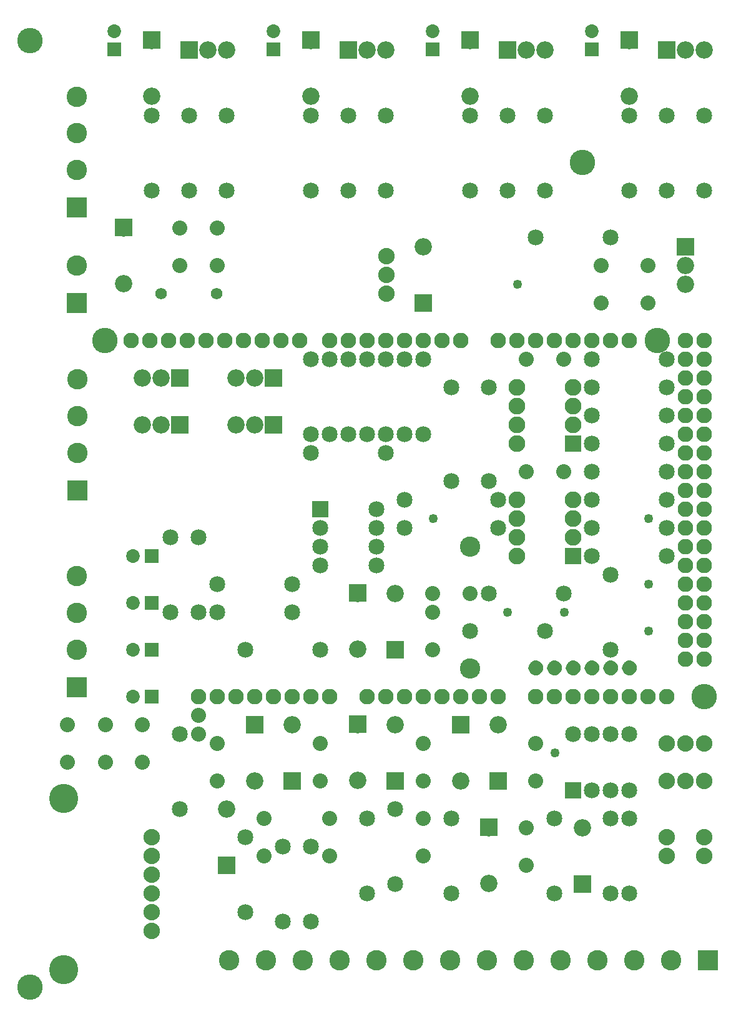
<source format=gbs>
G04 MADE WITH FRITZING*
G04 WWW.FRITZING.ORG*
G04 DOUBLE SIDED*
G04 HOLES PLATED*
G04 CONTOUR ON CENTER OF CONTOUR VECTOR*
%ASAXBY*%
%FSLAX23Y23*%
%MOIN*%
%OFA0B0*%
%SFA1.0B1.0*%
%ADD10C,0.049370*%
%ADD11C,0.108425*%
%ADD12C,0.085000*%
%ADD13C,0.135984*%
%ADD14C,0.092000*%
%ADD15C,0.080000*%
%ADD16C,0.082917*%
%ADD17C,0.155669*%
%ADD18C,0.088000*%
%ADD19C,0.061496*%
%ADD20C,0.089370*%
%ADD21C,0.072992*%
%ADD22C,0.109055*%
%ADD23R,0.085000X0.085000*%
%ADD24R,0.092000X0.092000*%
%ADD25R,0.089370X0.089370*%
%ADD26R,0.072992X0.072992*%
%ADD27R,0.109055X0.109055*%
%ADD28R,0.001000X0.001000*%
%LNMASK0*%
G90*
G70*
G54D10*
X2993Y1441D03*
X2343Y2691D03*
X3493Y2091D03*
X3493Y2341D03*
X3493Y2691D03*
X2793Y3941D03*
G54D11*
X2542Y1891D03*
X2542Y2541D03*
G54D12*
X1742Y2741D03*
X2042Y2741D03*
X1742Y2641D03*
X2042Y2641D03*
X1742Y2541D03*
X2042Y2541D03*
X1742Y2441D03*
X2042Y2441D03*
G54D10*
X3044Y2190D03*
X2742Y2191D03*
G54D12*
X3292Y1991D03*
X3292Y2391D03*
X1592Y2341D03*
X1192Y2341D03*
G54D13*
X3792Y1741D03*
X3542Y3641D03*
X592Y3641D03*
G54D14*
X992Y3441D03*
X892Y3441D03*
X792Y3441D03*
X1492Y3441D03*
X1392Y3441D03*
X1292Y3441D03*
X1492Y3191D03*
X1392Y3191D03*
X1292Y3191D03*
X992Y3191D03*
X892Y3191D03*
X792Y3191D03*
G54D15*
X1092Y1641D03*
X1092Y1541D03*
G54D12*
X1342Y591D03*
X1342Y991D03*
G54D16*
X2992Y1741D03*
X1392Y1741D03*
X3092Y1741D03*
X3192Y1741D03*
X3292Y1741D03*
X3392Y1741D03*
X3692Y3141D03*
X3492Y1741D03*
X3592Y1741D03*
X1432Y3641D03*
X1992Y1741D03*
X2092Y1741D03*
X2192Y1741D03*
X2292Y1741D03*
X3692Y2341D03*
X2392Y1741D03*
X2492Y1741D03*
X2592Y1741D03*
X2692Y1741D03*
X2192Y3641D03*
X3692Y3541D03*
X3692Y2741D03*
X3692Y1941D03*
X1032Y3641D03*
X1792Y1741D03*
X1792Y3641D03*
X3692Y3341D03*
X3692Y2941D03*
X3692Y2541D03*
X3392Y3641D03*
X3692Y2141D03*
X3292Y3641D03*
X3192Y3641D03*
X3092Y3641D03*
X2992Y3641D03*
X2892Y3641D03*
X2792Y3641D03*
X2692Y3641D03*
X832Y3641D03*
X1232Y3641D03*
X1632Y3641D03*
X1192Y1741D03*
X1592Y1741D03*
X2392Y3641D03*
X1992Y3641D03*
X3692Y3641D03*
X3692Y3441D03*
X3692Y3241D03*
X3692Y3041D03*
X3692Y2841D03*
X3692Y2641D03*
X3692Y2441D03*
X3692Y2241D03*
X3692Y2041D03*
X732Y3641D03*
X932Y3641D03*
X1132Y3641D03*
X1332Y3641D03*
X1532Y3641D03*
X1092Y1741D03*
X1292Y1741D03*
X1492Y1741D03*
X1692Y1741D03*
X2492Y3641D03*
X2292Y3641D03*
X2092Y3641D03*
X1892Y3641D03*
X3792Y3641D03*
X3792Y3541D03*
X3792Y3441D03*
X3792Y3341D03*
X3792Y3241D03*
X3792Y3141D03*
X3792Y3041D03*
X3792Y2941D03*
X3792Y2841D03*
X3792Y2741D03*
X3792Y2641D03*
X3792Y2541D03*
X3792Y2441D03*
X3792Y2341D03*
X3792Y2241D03*
X3792Y2141D03*
X3792Y2041D03*
X3792Y1941D03*
X2892Y1741D03*
G54D14*
X2292Y3841D03*
X2292Y4139D03*
G54D12*
X992Y1141D03*
X992Y1541D03*
G54D17*
X372Y284D03*
X370Y1195D03*
G54D13*
X192Y191D03*
X192Y5241D03*
X3142Y4591D03*
G54D18*
X842Y991D03*
X842Y891D03*
X842Y791D03*
X842Y691D03*
X842Y591D03*
X842Y491D03*
G54D12*
X3092Y1241D03*
X3092Y1541D03*
X3192Y1241D03*
X3192Y1541D03*
X3292Y1241D03*
X3292Y1541D03*
X3392Y1241D03*
X3392Y1541D03*
G54D18*
X3592Y1291D03*
X3692Y1291D03*
X3792Y1291D03*
X3792Y1491D03*
X3692Y1491D03*
X3592Y1491D03*
X2093Y3891D03*
X2093Y3991D03*
X2093Y4091D03*
G54D12*
X3292Y1091D03*
X3292Y691D03*
X3392Y1091D03*
X3392Y691D03*
G54D18*
X3592Y991D03*
X3592Y891D03*
X3792Y991D03*
X3792Y891D03*
G54D12*
X3592Y2491D03*
X3192Y2491D03*
X2292Y3541D03*
X2292Y3141D03*
X1792Y3541D03*
X1792Y3141D03*
X3592Y3091D03*
X3192Y3091D03*
X3592Y2941D03*
X3192Y2941D03*
X2092Y3541D03*
X2092Y3141D03*
X2092Y3041D03*
X1692Y3041D03*
X3592Y3541D03*
X3192Y3541D03*
G54D14*
X3692Y4141D03*
X3692Y4041D03*
X3692Y3941D03*
G54D15*
X1192Y4041D03*
X1192Y4241D03*
X3492Y4041D03*
X3492Y3841D03*
X992Y4041D03*
X992Y4241D03*
X3242Y4041D03*
X3242Y3841D03*
G54D14*
X692Y4241D03*
X692Y3943D03*
G54D19*
X892Y3891D03*
X1187Y3891D03*
G54D20*
X3092Y2491D03*
X2792Y2491D03*
X3092Y2591D03*
X2792Y2591D03*
X3092Y2691D03*
X2792Y2691D03*
X3092Y2791D03*
X2792Y2791D03*
X3092Y3091D03*
X2792Y3091D03*
X3092Y3191D03*
X2792Y3191D03*
X3092Y3291D03*
X2792Y3291D03*
X3092Y3391D03*
X2792Y3391D03*
G54D12*
X3592Y2641D03*
X3192Y2641D03*
X2192Y3541D03*
X2192Y3141D03*
X1892Y3541D03*
X1892Y3141D03*
X3592Y3241D03*
X3192Y3241D03*
X3592Y2791D03*
X3192Y2791D03*
X1992Y3541D03*
X1992Y3141D03*
X1692Y3541D03*
X1692Y3141D03*
X3592Y3391D03*
X3192Y3391D03*
G54D15*
X3042Y2941D03*
X2842Y2941D03*
X3042Y3541D03*
X2842Y3541D03*
G54D12*
X2192Y2641D03*
X2692Y2641D03*
X2642Y2891D03*
X2642Y3391D03*
X2692Y2791D03*
X2192Y2791D03*
X2442Y3391D03*
X2442Y2891D03*
X1192Y2191D03*
X1592Y2191D03*
X1092Y2191D03*
X1092Y2591D03*
X1342Y1991D03*
X1742Y1991D03*
X942Y2191D03*
X942Y2591D03*
G54D21*
X841Y1991D03*
X742Y1991D03*
X841Y2491D03*
X742Y2491D03*
X841Y1741D03*
X742Y1741D03*
X841Y2241D03*
X742Y2241D03*
G54D12*
X2642Y2291D03*
X3042Y2291D03*
X2142Y1141D03*
X2142Y741D03*
X1692Y941D03*
X1692Y541D03*
G54D15*
X1742Y1291D03*
X1742Y1491D03*
X1792Y1091D03*
X1792Y891D03*
X1192Y1291D03*
X1192Y1491D03*
X1442Y1091D03*
X1442Y891D03*
G54D12*
X1992Y691D03*
X1992Y1091D03*
X1542Y541D03*
X1542Y941D03*
G54D14*
X2142Y1291D03*
X2142Y1589D03*
X1392Y1589D03*
X1392Y1291D03*
X1592Y1291D03*
X1592Y1589D03*
X1242Y841D03*
X1242Y1139D03*
X2142Y1991D03*
X2142Y2289D03*
X1942Y1591D03*
X1942Y1293D03*
G54D22*
X443Y2841D03*
X443Y3038D03*
X443Y3235D03*
X443Y3432D03*
X3812Y332D03*
X3615Y332D03*
X3418Y332D03*
X3221Y332D03*
X3024Y332D03*
X2827Y332D03*
X2631Y332D03*
X2434Y332D03*
X2237Y332D03*
X2040Y332D03*
X1843Y332D03*
X1646Y332D03*
X1449Y332D03*
X1253Y332D03*
G54D15*
X2892Y1291D03*
X2892Y1491D03*
X792Y1591D03*
X792Y1391D03*
X2292Y1291D03*
X2292Y1491D03*
X392Y1591D03*
X392Y1391D03*
X593Y1591D03*
X593Y1391D03*
X2842Y1041D03*
X2842Y841D03*
X2292Y1091D03*
X2292Y891D03*
G54D12*
X2992Y691D03*
X2992Y1091D03*
X2442Y691D03*
X2442Y1091D03*
G54D14*
X3142Y741D03*
X3142Y1039D03*
X2692Y1291D03*
X2692Y1589D03*
X2642Y1041D03*
X2642Y743D03*
X2492Y1589D03*
X2492Y1291D03*
G54D12*
X3292Y4191D03*
X2892Y4191D03*
G54D15*
X2342Y2291D03*
X2542Y2291D03*
X2342Y2191D03*
X2342Y1991D03*
G54D12*
X2542Y2091D03*
X2942Y2091D03*
G54D14*
X1942Y2291D03*
X1942Y1993D03*
G54D12*
X842Y4441D03*
X842Y4841D03*
X2542Y4441D03*
X2542Y4841D03*
X1692Y4441D03*
X1692Y4841D03*
X3392Y4441D03*
X3392Y4841D03*
G54D21*
X642Y5193D03*
X642Y5291D03*
X2342Y5193D03*
X2342Y5291D03*
X1492Y5193D03*
X1492Y5291D03*
X3192Y5193D03*
X3192Y5291D03*
G54D14*
X842Y5241D03*
X842Y4943D03*
X2542Y5241D03*
X2542Y4943D03*
X1692Y5241D03*
X1692Y4943D03*
X3392Y5241D03*
X3392Y4943D03*
X1042Y5191D03*
X1142Y5191D03*
X1242Y5191D03*
X2742Y5191D03*
X2842Y5191D03*
X2942Y5191D03*
X1892Y5191D03*
X1992Y5191D03*
X2092Y5191D03*
X3592Y5191D03*
X3692Y5191D03*
X3792Y5191D03*
G54D12*
X1042Y4441D03*
X1042Y4841D03*
X2742Y4441D03*
X2742Y4841D03*
X1892Y4441D03*
X1892Y4841D03*
X3592Y4441D03*
X3592Y4841D03*
X1242Y4441D03*
X1242Y4841D03*
X2942Y4441D03*
X2942Y4841D03*
X2092Y4441D03*
X2092Y4841D03*
X3792Y4441D03*
X3792Y4841D03*
G54D22*
X442Y3841D03*
X442Y4038D03*
X442Y1791D03*
X442Y1988D03*
X442Y2185D03*
X442Y2382D03*
X442Y4351D03*
X442Y4548D03*
X442Y4745D03*
X442Y4941D03*
G54D23*
X1742Y2741D03*
G54D24*
X992Y3441D03*
X1492Y3441D03*
X1492Y3191D03*
X992Y3191D03*
X2292Y3840D03*
G54D23*
X3092Y1241D03*
G54D24*
X3692Y4141D03*
X692Y4242D03*
G54D25*
X3092Y2491D03*
X3092Y3091D03*
G54D26*
X841Y1991D03*
X841Y2491D03*
X841Y1741D03*
X841Y2241D03*
G54D24*
X2142Y1290D03*
X1392Y1590D03*
X1592Y1290D03*
X1242Y840D03*
X2142Y1990D03*
X1942Y1592D03*
G54D27*
X443Y2841D03*
X3812Y332D03*
G54D24*
X3142Y740D03*
X2692Y1290D03*
X2642Y1042D03*
X2492Y1590D03*
X1942Y2292D03*
G54D26*
X642Y5193D03*
X2342Y5193D03*
X1492Y5193D03*
X3192Y5193D03*
G54D24*
X842Y5242D03*
X2542Y5242D03*
X1692Y5242D03*
X3392Y5242D03*
X1042Y5191D03*
X2742Y5191D03*
X1892Y5191D03*
X3592Y5191D03*
G54D27*
X442Y3841D03*
X442Y1791D03*
X442Y4351D03*
G54D28*
X2886Y1932D02*
X2897Y1932D01*
X2986Y1932D02*
X2997Y1932D01*
X3086Y1932D02*
X3097Y1932D01*
X3186Y1932D02*
X3197Y1932D01*
X3286Y1932D02*
X3297Y1932D01*
X3386Y1932D02*
X3397Y1932D01*
X2882Y1931D02*
X2901Y1931D01*
X2982Y1931D02*
X3001Y1931D01*
X3082Y1931D02*
X3101Y1931D01*
X3182Y1931D02*
X3201Y1931D01*
X3282Y1931D02*
X3301Y1931D01*
X3382Y1931D02*
X3401Y1931D01*
X2879Y1930D02*
X2904Y1930D01*
X2979Y1930D02*
X3004Y1930D01*
X3079Y1930D02*
X3104Y1930D01*
X3179Y1930D02*
X3204Y1930D01*
X3279Y1930D02*
X3304Y1930D01*
X3379Y1930D02*
X3404Y1930D01*
X2877Y1929D02*
X2906Y1929D01*
X2977Y1929D02*
X3006Y1929D01*
X3077Y1929D02*
X3106Y1929D01*
X3177Y1929D02*
X3206Y1929D01*
X3277Y1929D02*
X3306Y1929D01*
X3377Y1929D02*
X3406Y1929D01*
X2875Y1928D02*
X2908Y1928D01*
X2975Y1928D02*
X3008Y1928D01*
X3075Y1928D02*
X3108Y1928D01*
X3175Y1928D02*
X3208Y1928D01*
X3275Y1928D02*
X3308Y1928D01*
X3375Y1928D02*
X3408Y1928D01*
X2873Y1927D02*
X2910Y1927D01*
X2973Y1927D02*
X3010Y1927D01*
X3073Y1927D02*
X3110Y1927D01*
X3173Y1927D02*
X3210Y1927D01*
X3273Y1927D02*
X3310Y1927D01*
X3373Y1927D02*
X3410Y1927D01*
X2872Y1926D02*
X2912Y1926D01*
X2972Y1926D02*
X3012Y1926D01*
X3072Y1926D02*
X3112Y1926D01*
X3172Y1926D02*
X3212Y1926D01*
X3272Y1926D02*
X3312Y1926D01*
X3372Y1926D02*
X3412Y1926D01*
X2870Y1925D02*
X2913Y1925D01*
X2970Y1925D02*
X3013Y1925D01*
X3070Y1925D02*
X3113Y1925D01*
X3170Y1925D02*
X3213Y1925D01*
X3270Y1925D02*
X3313Y1925D01*
X3370Y1925D02*
X3413Y1925D01*
X2869Y1924D02*
X2914Y1924D01*
X2969Y1924D02*
X3014Y1924D01*
X3069Y1924D02*
X3114Y1924D01*
X3169Y1924D02*
X3214Y1924D01*
X3269Y1924D02*
X3314Y1924D01*
X3369Y1924D02*
X3414Y1924D01*
X2868Y1923D02*
X2916Y1923D01*
X2968Y1923D02*
X3016Y1923D01*
X3068Y1923D02*
X3116Y1923D01*
X3168Y1923D02*
X3216Y1923D01*
X3268Y1923D02*
X3316Y1923D01*
X3368Y1923D02*
X3416Y1923D01*
X2867Y1922D02*
X2917Y1922D01*
X2967Y1922D02*
X3017Y1922D01*
X3067Y1922D02*
X3117Y1922D01*
X3167Y1922D02*
X3217Y1922D01*
X3267Y1922D02*
X3317Y1922D01*
X3367Y1922D02*
X3417Y1922D01*
X2865Y1921D02*
X2918Y1921D01*
X2965Y1921D02*
X3018Y1921D01*
X3065Y1921D02*
X3118Y1921D01*
X3165Y1921D02*
X3218Y1921D01*
X3265Y1921D02*
X3318Y1921D01*
X3365Y1921D02*
X3418Y1921D01*
X2864Y1920D02*
X2919Y1920D01*
X2964Y1920D02*
X3019Y1920D01*
X3064Y1920D02*
X3119Y1920D01*
X3164Y1920D02*
X3219Y1920D01*
X3264Y1920D02*
X3319Y1920D01*
X3364Y1920D02*
X3419Y1920D01*
X2863Y1919D02*
X2920Y1919D01*
X2963Y1919D02*
X3020Y1919D01*
X3063Y1919D02*
X3120Y1919D01*
X3163Y1919D02*
X3220Y1919D01*
X3263Y1919D02*
X3320Y1919D01*
X3363Y1919D02*
X3420Y1919D01*
X2863Y1918D02*
X2921Y1918D01*
X2963Y1918D02*
X3021Y1918D01*
X3063Y1918D02*
X3121Y1918D01*
X3163Y1918D02*
X3221Y1918D01*
X3263Y1918D02*
X3321Y1918D01*
X3363Y1918D02*
X3421Y1918D01*
X2862Y1917D02*
X2922Y1917D01*
X2962Y1917D02*
X3022Y1917D01*
X3062Y1917D02*
X3122Y1917D01*
X3162Y1917D02*
X3222Y1917D01*
X3262Y1917D02*
X3322Y1917D01*
X3362Y1917D02*
X3422Y1917D01*
X2861Y1916D02*
X2922Y1916D01*
X2961Y1916D02*
X3022Y1916D01*
X3061Y1916D02*
X3122Y1916D01*
X3161Y1916D02*
X3222Y1916D01*
X3261Y1916D02*
X3322Y1916D01*
X3361Y1916D02*
X3422Y1916D01*
X2860Y1915D02*
X2923Y1915D01*
X2960Y1915D02*
X3023Y1915D01*
X3060Y1915D02*
X3123Y1915D01*
X3160Y1915D02*
X3223Y1915D01*
X3260Y1915D02*
X3323Y1915D01*
X3360Y1915D02*
X3423Y1915D01*
X2859Y1914D02*
X2924Y1914D01*
X2959Y1914D02*
X3024Y1914D01*
X3059Y1914D02*
X3124Y1914D01*
X3159Y1914D02*
X3224Y1914D01*
X3259Y1914D02*
X3324Y1914D01*
X3359Y1914D02*
X3424Y1914D01*
X2859Y1913D02*
X2924Y1913D01*
X2959Y1913D02*
X3024Y1913D01*
X3059Y1913D02*
X3124Y1913D01*
X3159Y1913D02*
X3224Y1913D01*
X3259Y1913D02*
X3324Y1913D01*
X3359Y1913D02*
X3424Y1913D01*
X2858Y1912D02*
X2925Y1912D01*
X2958Y1912D02*
X3025Y1912D01*
X3058Y1912D02*
X3125Y1912D01*
X3158Y1912D02*
X3225Y1912D01*
X3258Y1912D02*
X3325Y1912D01*
X3358Y1912D02*
X3425Y1912D01*
X2857Y1911D02*
X2926Y1911D01*
X2957Y1911D02*
X3026Y1911D01*
X3057Y1911D02*
X3126Y1911D01*
X3157Y1911D02*
X3226Y1911D01*
X3257Y1911D02*
X3326Y1911D01*
X3357Y1911D02*
X3426Y1911D01*
X2857Y1910D02*
X2926Y1910D01*
X2957Y1910D02*
X3026Y1910D01*
X3057Y1910D02*
X3126Y1910D01*
X3157Y1910D02*
X3226Y1910D01*
X3257Y1910D02*
X3326Y1910D01*
X3357Y1910D02*
X3426Y1910D01*
X2856Y1909D02*
X2927Y1909D01*
X2956Y1909D02*
X3027Y1909D01*
X3056Y1909D02*
X3127Y1909D01*
X3156Y1909D02*
X3227Y1909D01*
X3256Y1909D02*
X3327Y1909D01*
X3356Y1909D02*
X3427Y1909D01*
X2856Y1908D02*
X2927Y1908D01*
X2956Y1908D02*
X3027Y1908D01*
X3056Y1908D02*
X3127Y1908D01*
X3156Y1908D02*
X3227Y1908D01*
X3256Y1908D02*
X3327Y1908D01*
X3356Y1908D02*
X3427Y1908D01*
X2855Y1907D02*
X2928Y1907D01*
X2955Y1907D02*
X3028Y1907D01*
X3055Y1907D02*
X3128Y1907D01*
X3155Y1907D02*
X3228Y1907D01*
X3255Y1907D02*
X3328Y1907D01*
X3355Y1907D02*
X3428Y1907D01*
X2855Y1906D02*
X2928Y1906D01*
X2955Y1906D02*
X3028Y1906D01*
X3055Y1906D02*
X3128Y1906D01*
X3155Y1906D02*
X3228Y1906D01*
X3255Y1906D02*
X3328Y1906D01*
X3355Y1906D02*
X3428Y1906D01*
X2855Y1905D02*
X2929Y1905D01*
X2955Y1905D02*
X3029Y1905D01*
X3055Y1905D02*
X3129Y1905D01*
X3155Y1905D02*
X3229Y1905D01*
X3255Y1905D02*
X3329Y1905D01*
X3355Y1905D02*
X3429Y1905D01*
X2854Y1904D02*
X2929Y1904D01*
X2954Y1904D02*
X3029Y1904D01*
X3054Y1904D02*
X3129Y1904D01*
X3154Y1904D02*
X3229Y1904D01*
X3254Y1904D02*
X3329Y1904D01*
X3354Y1904D02*
X3429Y1904D01*
X2854Y1903D02*
X2929Y1903D01*
X2954Y1903D02*
X3029Y1903D01*
X3054Y1903D02*
X3129Y1903D01*
X3154Y1903D02*
X3229Y1903D01*
X3254Y1903D02*
X3329Y1903D01*
X3354Y1903D02*
X3429Y1903D01*
X2854Y1902D02*
X2930Y1902D01*
X2954Y1902D02*
X3030Y1902D01*
X3054Y1902D02*
X3130Y1902D01*
X3154Y1902D02*
X3230Y1902D01*
X3254Y1902D02*
X3330Y1902D01*
X3354Y1902D02*
X3430Y1902D01*
X2853Y1901D02*
X2930Y1901D01*
X2953Y1901D02*
X3030Y1901D01*
X3053Y1901D02*
X3130Y1901D01*
X3153Y1901D02*
X3230Y1901D01*
X3253Y1901D02*
X3330Y1901D01*
X3353Y1901D02*
X3430Y1901D01*
X2853Y1900D02*
X2930Y1900D01*
X2953Y1900D02*
X3030Y1900D01*
X3053Y1900D02*
X3130Y1900D01*
X3153Y1900D02*
X3230Y1900D01*
X3253Y1900D02*
X3330Y1900D01*
X3353Y1900D02*
X3430Y1900D01*
X2853Y1899D02*
X2930Y1899D01*
X2953Y1899D02*
X3030Y1899D01*
X3053Y1899D02*
X3130Y1899D01*
X3153Y1899D02*
X3230Y1899D01*
X3253Y1899D02*
X3330Y1899D01*
X3353Y1899D02*
X3430Y1899D01*
X2853Y1898D02*
X2931Y1898D01*
X2953Y1898D02*
X3031Y1898D01*
X3053Y1898D02*
X3131Y1898D01*
X3153Y1898D02*
X3231Y1898D01*
X3253Y1898D02*
X3331Y1898D01*
X3353Y1898D02*
X3431Y1898D01*
X2852Y1897D02*
X2931Y1897D01*
X2952Y1897D02*
X3031Y1897D01*
X3052Y1897D02*
X3131Y1897D01*
X3152Y1897D02*
X3231Y1897D01*
X3252Y1897D02*
X3331Y1897D01*
X3352Y1897D02*
X3431Y1897D01*
X2852Y1896D02*
X2931Y1896D01*
X2952Y1896D02*
X3031Y1896D01*
X3052Y1896D02*
X3131Y1896D01*
X3152Y1896D02*
X3231Y1896D01*
X3252Y1896D02*
X3331Y1896D01*
X3352Y1896D02*
X3431Y1896D01*
X2852Y1895D02*
X2931Y1895D01*
X2952Y1895D02*
X3031Y1895D01*
X3052Y1895D02*
X3131Y1895D01*
X3152Y1895D02*
X3231Y1895D01*
X3252Y1895D02*
X3331Y1895D01*
X3352Y1895D02*
X3431Y1895D01*
X2852Y1894D02*
X2931Y1894D01*
X2952Y1894D02*
X3031Y1894D01*
X3052Y1894D02*
X3131Y1894D01*
X3152Y1894D02*
X3231Y1894D01*
X3252Y1894D02*
X3331Y1894D01*
X3352Y1894D02*
X3431Y1894D01*
X2852Y1893D02*
X2931Y1893D01*
X2952Y1893D02*
X3031Y1893D01*
X3052Y1893D02*
X3131Y1893D01*
X3152Y1893D02*
X3231Y1893D01*
X3252Y1893D02*
X3331Y1893D01*
X3352Y1893D02*
X3431Y1893D01*
X2852Y1892D02*
X2931Y1892D01*
X2952Y1892D02*
X3031Y1892D01*
X3052Y1892D02*
X3131Y1892D01*
X3152Y1892D02*
X3231Y1892D01*
X3252Y1892D02*
X3331Y1892D01*
X3352Y1892D02*
X3431Y1892D01*
X2852Y1891D02*
X2931Y1891D01*
X2952Y1891D02*
X3031Y1891D01*
X3052Y1891D02*
X3131Y1891D01*
X3152Y1891D02*
X3231Y1891D01*
X3252Y1891D02*
X3331Y1891D01*
X3352Y1891D02*
X3431Y1891D01*
X2852Y1890D02*
X2931Y1890D01*
X2952Y1890D02*
X3031Y1890D01*
X3052Y1890D02*
X3131Y1890D01*
X3152Y1890D02*
X3231Y1890D01*
X3252Y1890D02*
X3331Y1890D01*
X3352Y1890D02*
X3431Y1890D01*
X2852Y1889D02*
X2931Y1889D01*
X2952Y1889D02*
X3031Y1889D01*
X3052Y1889D02*
X3131Y1889D01*
X3152Y1889D02*
X3231Y1889D01*
X3252Y1889D02*
X3331Y1889D01*
X3352Y1889D02*
X3431Y1889D01*
X2852Y1888D02*
X2931Y1888D01*
X2952Y1888D02*
X3031Y1888D01*
X3052Y1888D02*
X3131Y1888D01*
X3152Y1888D02*
X3231Y1888D01*
X3252Y1888D02*
X3331Y1888D01*
X3352Y1888D02*
X3431Y1888D01*
X2853Y1887D02*
X2931Y1887D01*
X2953Y1887D02*
X3031Y1887D01*
X3053Y1887D02*
X3131Y1887D01*
X3153Y1887D02*
X3231Y1887D01*
X3253Y1887D02*
X3331Y1887D01*
X3353Y1887D02*
X3431Y1887D01*
X2853Y1886D02*
X2930Y1886D01*
X2953Y1886D02*
X3030Y1886D01*
X3053Y1886D02*
X3130Y1886D01*
X3153Y1886D02*
X3230Y1886D01*
X3253Y1886D02*
X3330Y1886D01*
X3353Y1886D02*
X3430Y1886D01*
X2853Y1885D02*
X2930Y1885D01*
X2953Y1885D02*
X3030Y1885D01*
X3053Y1885D02*
X3130Y1885D01*
X3153Y1885D02*
X3230Y1885D01*
X3253Y1885D02*
X3330Y1885D01*
X3353Y1885D02*
X3430Y1885D01*
X2853Y1884D02*
X2930Y1884D01*
X2953Y1884D02*
X3030Y1884D01*
X3053Y1884D02*
X3130Y1884D01*
X3153Y1884D02*
X3230Y1884D01*
X3253Y1884D02*
X3330Y1884D01*
X3353Y1884D02*
X3430Y1884D01*
X2854Y1883D02*
X2930Y1883D01*
X2954Y1883D02*
X3030Y1883D01*
X3054Y1883D02*
X3130Y1883D01*
X3154Y1883D02*
X3230Y1883D01*
X3254Y1883D02*
X3330Y1883D01*
X3354Y1883D02*
X3430Y1883D01*
X2854Y1882D02*
X2929Y1882D01*
X2954Y1882D02*
X3029Y1882D01*
X3054Y1882D02*
X3129Y1882D01*
X3154Y1882D02*
X3229Y1882D01*
X3254Y1882D02*
X3329Y1882D01*
X3354Y1882D02*
X3429Y1882D01*
X2854Y1881D02*
X2929Y1881D01*
X2954Y1881D02*
X3029Y1881D01*
X3054Y1881D02*
X3129Y1881D01*
X3154Y1881D02*
X3229Y1881D01*
X3254Y1881D02*
X3329Y1881D01*
X3354Y1881D02*
X3429Y1881D01*
X2855Y1880D02*
X2928Y1880D01*
X2955Y1880D02*
X3028Y1880D01*
X3055Y1880D02*
X3128Y1880D01*
X3155Y1880D02*
X3228Y1880D01*
X3255Y1880D02*
X3328Y1880D01*
X3355Y1880D02*
X3428Y1880D01*
X2855Y1879D02*
X2928Y1879D01*
X2955Y1879D02*
X3028Y1879D01*
X3055Y1879D02*
X3128Y1879D01*
X3155Y1879D02*
X3228Y1879D01*
X3255Y1879D02*
X3328Y1879D01*
X3355Y1879D02*
X3428Y1879D01*
X2856Y1878D02*
X2928Y1878D01*
X2956Y1878D02*
X3028Y1878D01*
X3056Y1878D02*
X3128Y1878D01*
X3156Y1878D02*
X3228Y1878D01*
X3256Y1878D02*
X3328Y1878D01*
X3356Y1878D02*
X3428Y1878D01*
X2856Y1877D02*
X2927Y1877D01*
X2956Y1877D02*
X3027Y1877D01*
X3056Y1877D02*
X3127Y1877D01*
X3156Y1877D02*
X3227Y1877D01*
X3256Y1877D02*
X3327Y1877D01*
X3356Y1877D02*
X3427Y1877D01*
X2857Y1876D02*
X2927Y1876D01*
X2957Y1876D02*
X3027Y1876D01*
X3057Y1876D02*
X3127Y1876D01*
X3157Y1876D02*
X3227Y1876D01*
X3257Y1876D02*
X3327Y1876D01*
X3357Y1876D02*
X3427Y1876D01*
X2857Y1875D02*
X2926Y1875D01*
X2957Y1875D02*
X3026Y1875D01*
X3057Y1875D02*
X3126Y1875D01*
X3157Y1875D02*
X3226Y1875D01*
X3257Y1875D02*
X3326Y1875D01*
X3357Y1875D02*
X3426Y1875D01*
X2858Y1874D02*
X2925Y1874D01*
X2958Y1874D02*
X3025Y1874D01*
X3058Y1874D02*
X3125Y1874D01*
X3158Y1874D02*
X3225Y1874D01*
X3258Y1874D02*
X3325Y1874D01*
X3358Y1874D02*
X3425Y1874D01*
X2858Y1873D02*
X2925Y1873D01*
X2958Y1873D02*
X3025Y1873D01*
X3058Y1873D02*
X3125Y1873D01*
X3158Y1873D02*
X3225Y1873D01*
X3258Y1873D02*
X3325Y1873D01*
X3358Y1873D02*
X3425Y1873D01*
X2859Y1872D02*
X2924Y1872D01*
X2959Y1872D02*
X3024Y1872D01*
X3059Y1872D02*
X3124Y1872D01*
X3159Y1872D02*
X3224Y1872D01*
X3259Y1872D02*
X3324Y1872D01*
X3359Y1872D02*
X3424Y1872D01*
X2860Y1871D02*
X2924Y1871D01*
X2960Y1871D02*
X3024Y1871D01*
X3060Y1871D02*
X3124Y1871D01*
X3160Y1871D02*
X3224Y1871D01*
X3260Y1871D02*
X3324Y1871D01*
X3360Y1871D02*
X3424Y1871D01*
X2860Y1870D02*
X2923Y1870D01*
X2960Y1870D02*
X3023Y1870D01*
X3060Y1870D02*
X3123Y1870D01*
X3160Y1870D02*
X3223Y1870D01*
X3260Y1870D02*
X3323Y1870D01*
X3360Y1870D02*
X3423Y1870D01*
X2861Y1869D02*
X2922Y1869D01*
X2961Y1869D02*
X3022Y1869D01*
X3061Y1869D02*
X3122Y1869D01*
X3161Y1869D02*
X3222Y1869D01*
X3261Y1869D02*
X3322Y1869D01*
X3361Y1869D02*
X3422Y1869D01*
X2862Y1868D02*
X2921Y1868D01*
X2962Y1868D02*
X3021Y1868D01*
X3062Y1868D02*
X3121Y1868D01*
X3162Y1868D02*
X3221Y1868D01*
X3262Y1868D02*
X3321Y1868D01*
X3362Y1868D02*
X3421Y1868D01*
X2863Y1867D02*
X2920Y1867D01*
X2963Y1867D02*
X3020Y1867D01*
X3063Y1867D02*
X3120Y1867D01*
X3163Y1867D02*
X3220Y1867D01*
X3263Y1867D02*
X3320Y1867D01*
X3363Y1867D02*
X3420Y1867D01*
X2864Y1866D02*
X2919Y1866D01*
X2964Y1866D02*
X3019Y1866D01*
X3064Y1866D02*
X3119Y1866D01*
X3164Y1866D02*
X3219Y1866D01*
X3264Y1866D02*
X3319Y1866D01*
X3364Y1866D02*
X3419Y1866D01*
X2865Y1865D02*
X2918Y1865D01*
X2965Y1865D02*
X3018Y1865D01*
X3065Y1865D02*
X3118Y1865D01*
X3165Y1865D02*
X3218Y1865D01*
X3265Y1865D02*
X3318Y1865D01*
X3365Y1865D02*
X3418Y1865D01*
X2866Y1864D02*
X2917Y1864D01*
X2966Y1864D02*
X3017Y1864D01*
X3066Y1864D02*
X3117Y1864D01*
X3166Y1864D02*
X3217Y1864D01*
X3266Y1864D02*
X3317Y1864D01*
X3366Y1864D02*
X3417Y1864D01*
X2867Y1863D02*
X2916Y1863D01*
X2967Y1863D02*
X3016Y1863D01*
X3067Y1863D02*
X3116Y1863D01*
X3167Y1863D02*
X3216Y1863D01*
X3267Y1863D02*
X3316Y1863D01*
X3367Y1863D02*
X3416Y1863D01*
X2868Y1862D02*
X2915Y1862D01*
X2968Y1862D02*
X3015Y1862D01*
X3068Y1862D02*
X3115Y1862D01*
X3168Y1862D02*
X3215Y1862D01*
X3268Y1862D02*
X3315Y1862D01*
X3368Y1862D02*
X3415Y1862D01*
X2869Y1861D02*
X2914Y1861D01*
X2969Y1861D02*
X3014Y1861D01*
X3069Y1861D02*
X3114Y1861D01*
X3169Y1861D02*
X3214Y1861D01*
X3269Y1861D02*
X3314Y1861D01*
X3369Y1861D02*
X3414Y1861D01*
X2871Y1860D02*
X2912Y1860D01*
X2971Y1860D02*
X3012Y1860D01*
X3071Y1860D02*
X3112Y1860D01*
X3171Y1860D02*
X3212Y1860D01*
X3271Y1860D02*
X3312Y1860D01*
X3371Y1860D02*
X3412Y1860D01*
X2872Y1859D02*
X2911Y1859D01*
X2972Y1859D02*
X3011Y1859D01*
X3072Y1859D02*
X3111Y1859D01*
X3172Y1859D02*
X3211Y1859D01*
X3272Y1859D02*
X3311Y1859D01*
X3372Y1859D02*
X3411Y1859D01*
X2874Y1858D02*
X2909Y1858D01*
X2974Y1858D02*
X3009Y1858D01*
X3074Y1858D02*
X3109Y1858D01*
X3174Y1858D02*
X3209Y1858D01*
X3274Y1858D02*
X3309Y1858D01*
X3374Y1858D02*
X3409Y1858D01*
X2876Y1857D02*
X2907Y1857D01*
X2976Y1857D02*
X3007Y1857D01*
X3076Y1857D02*
X3107Y1857D01*
X3176Y1857D02*
X3207Y1857D01*
X3276Y1857D02*
X3307Y1857D01*
X3376Y1857D02*
X3407Y1857D01*
X2878Y1856D02*
X2905Y1856D01*
X2978Y1856D02*
X3005Y1856D01*
X3078Y1856D02*
X3105Y1856D01*
X3178Y1856D02*
X3205Y1856D01*
X3278Y1856D02*
X3305Y1856D01*
X3378Y1856D02*
X3405Y1856D01*
X2880Y1855D02*
X2903Y1855D01*
X2980Y1855D02*
X3003Y1855D01*
X3080Y1855D02*
X3103Y1855D01*
X3180Y1855D02*
X3203Y1855D01*
X3280Y1855D02*
X3303Y1855D01*
X3380Y1855D02*
X3403Y1855D01*
X2883Y1854D02*
X2900Y1854D01*
X2983Y1854D02*
X3000Y1854D01*
X3083Y1854D02*
X3100Y1854D01*
X3183Y1854D02*
X3200Y1854D01*
X3283Y1854D02*
X3300Y1854D01*
X3383Y1854D02*
X3400Y1854D01*
X2888Y1853D02*
X2895Y1853D01*
X2988Y1853D02*
X2995Y1853D01*
X3088Y1853D02*
X3095Y1853D01*
X3188Y1853D02*
X3195Y1853D01*
X3288Y1853D02*
X3295Y1853D01*
X3388Y1853D02*
X3395Y1853D01*
D02*
G04 End of Mask0*
M02*
</source>
